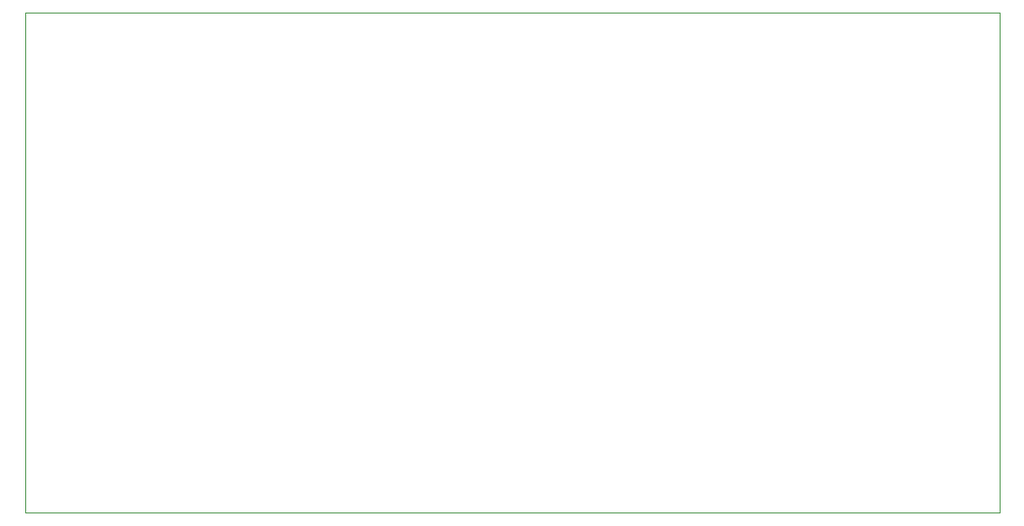
<source format=gbr>
%TF.GenerationSoftware,KiCad,Pcbnew,6.0.11+dfsg-1*%
%TF.CreationDate,2023-10-20T18:47:01+02:00*%
%TF.ProjectId,5x100A,35783130-3041-42e6-9b69-6361645f7063,rev?*%
%TF.SameCoordinates,Original*%
%TF.FileFunction,Profile,NP*%
%FSLAX46Y46*%
G04 Gerber Fmt 4.6, Leading zero omitted, Abs format (unit mm)*
G04 Created by KiCad (PCBNEW 6.0.11+dfsg-1) date 2023-10-20 18:47:01*
%MOMM*%
%LPD*%
G01*
G04 APERTURE LIST*
%TA.AperFunction,Profile*%
%ADD10C,0.100000*%
%TD*%
G04 APERTURE END LIST*
D10*
X73660000Y-130810000D02*
X165100000Y-130810000D01*
X73660000Y-83820000D02*
X73660000Y-130810000D01*
X165100000Y-130810000D02*
X165100000Y-83820000D01*
X165100000Y-83820000D02*
X73660000Y-83820000D01*
M02*

</source>
